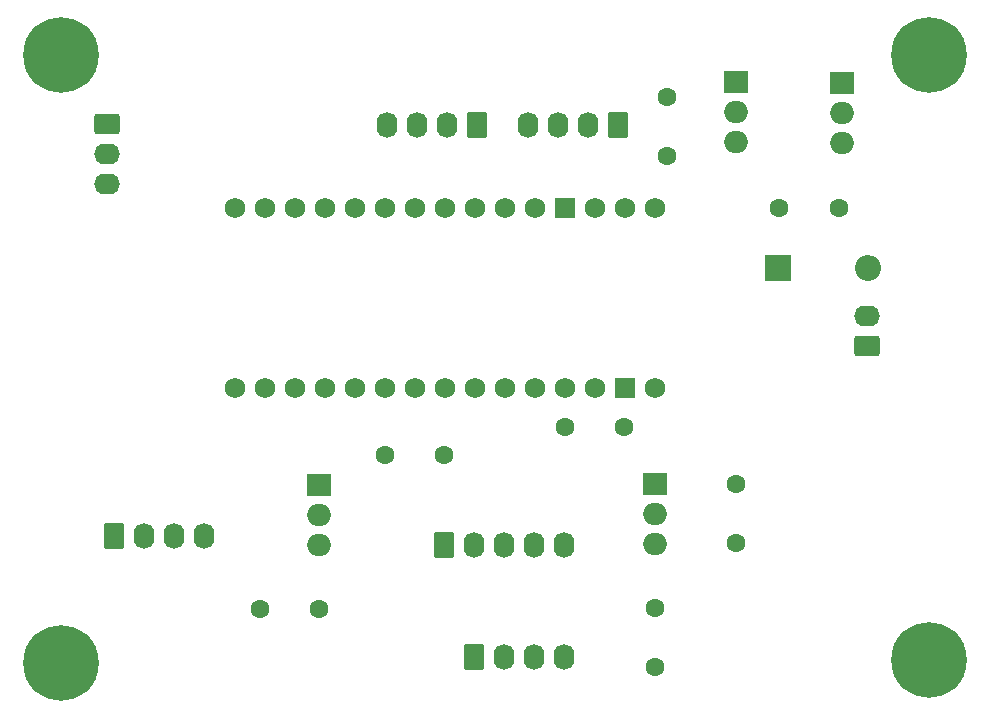
<source format=gbs>
G04 #@! TF.GenerationSoftware,KiCad,Pcbnew,7.0.9*
G04 #@! TF.CreationDate,2023-11-29T22:57:35+01:00*
G04 #@! TF.ProjectId,vfo-do,76666f2d-646f-42e6-9b69-6361645f7063,rev?*
G04 #@! TF.SameCoordinates,Original*
G04 #@! TF.FileFunction,Soldermask,Bot*
G04 #@! TF.FilePolarity,Negative*
%FSLAX46Y46*%
G04 Gerber Fmt 4.6, Leading zero omitted, Abs format (unit mm)*
G04 Created by KiCad (PCBNEW 7.0.9) date 2023-11-29 22:57:35*
%MOMM*%
%LPD*%
G01*
G04 APERTURE LIST*
G04 Aperture macros list*
%AMRoundRect*
0 Rectangle with rounded corners*
0 $1 Rounding radius*
0 $2 $3 $4 $5 $6 $7 $8 $9 X,Y pos of 4 corners*
0 Add a 4 corners polygon primitive as box body*
4,1,4,$2,$3,$4,$5,$6,$7,$8,$9,$2,$3,0*
0 Add four circle primitives for the rounded corners*
1,1,$1+$1,$2,$3*
1,1,$1+$1,$4,$5*
1,1,$1+$1,$6,$7*
1,1,$1+$1,$8,$9*
0 Add four rect primitives between the rounded corners*
20,1,$1+$1,$2,$3,$4,$5,0*
20,1,$1+$1,$4,$5,$6,$7,0*
20,1,$1+$1,$6,$7,$8,$9,0*
20,1,$1+$1,$8,$9,$2,$3,0*%
G04 Aperture macros list end*
%ADD10R,2.000000X1.905000*%
%ADD11O,2.000000X1.905000*%
%ADD12RoundRect,0.250000X-0.620000X-0.845000X0.620000X-0.845000X0.620000X0.845000X-0.620000X0.845000X0*%
%ADD13O,1.740000X2.190000*%
%ADD14RoundRect,0.250000X0.845000X-0.620000X0.845000X0.620000X-0.845000X0.620000X-0.845000X-0.620000X0*%
%ADD15O,2.190000X1.740000*%
%ADD16C,1.600000*%
%ADD17R,2.200000X2.200000*%
%ADD18O,2.200000X2.200000*%
%ADD19C,0.800000*%
%ADD20C,6.400000*%
%ADD21RoundRect,0.250000X0.620000X0.845000X-0.620000X0.845000X-0.620000X-0.845000X0.620000X-0.845000X0*%
%ADD22C,1.727200*%
%ADD23R,1.727200X1.727200*%
%ADD24RoundRect,0.250000X-0.845000X0.620000X-0.845000X-0.620000X0.845000X-0.620000X0.845000X0.620000X0*%
G04 APERTURE END LIST*
D10*
X109300000Y-97020000D03*
D11*
X109300000Y-99560000D03*
X109300000Y-102100000D03*
D12*
X119850000Y-102100000D03*
D13*
X122390000Y-102100000D03*
X124930000Y-102100000D03*
X127470000Y-102100000D03*
X130010000Y-102100000D03*
D14*
X155640000Y-85250000D03*
D15*
X155640000Y-82710000D03*
D10*
X137720000Y-96960000D03*
D11*
X137720000Y-99500000D03*
X137720000Y-102040000D03*
D16*
X148250000Y-73600000D03*
X153250000Y-73600000D03*
D17*
X148110000Y-78630000D03*
D18*
X155730000Y-78630000D03*
D19*
X158500000Y-60600000D03*
X159202944Y-58902944D03*
X159202944Y-62297056D03*
X160900000Y-58200000D03*
D20*
X160900000Y-60600000D03*
D19*
X160900000Y-63000000D03*
X162597056Y-58902944D03*
X162597056Y-62297056D03*
X163300000Y-60600000D03*
D12*
X91920000Y-101380000D03*
D13*
X94460000Y-101380000D03*
X97000000Y-101380000D03*
X99540000Y-101380000D03*
D21*
X134610000Y-66530000D03*
D13*
X132070000Y-66530000D03*
X129530000Y-66530000D03*
X126990000Y-66530000D03*
D10*
X144540000Y-62940000D03*
D11*
X144540000Y-65480000D03*
X144540000Y-68020000D03*
D16*
X130100000Y-92100000D03*
X135100000Y-92100000D03*
X137750000Y-107450000D03*
X137750000Y-112450000D03*
X109250000Y-107550000D03*
X104250000Y-107550000D03*
D19*
X158500000Y-111825000D03*
X159202944Y-110127944D03*
X159202944Y-113522056D03*
X160900000Y-109425000D03*
D20*
X160900000Y-111825000D03*
D19*
X160900000Y-114225000D03*
X162597056Y-110127944D03*
X162597056Y-113522056D03*
X163300000Y-111825000D03*
D10*
X153555000Y-62990000D03*
D11*
X153555000Y-65530000D03*
X153555000Y-68070000D03*
D16*
X138760000Y-64180000D03*
X138760000Y-69180000D03*
D12*
X122390000Y-111570000D03*
D13*
X124930000Y-111570000D03*
X127470000Y-111570000D03*
X130010000Y-111570000D03*
D19*
X85050000Y-112100000D03*
X85752944Y-110402944D03*
X85752944Y-113797056D03*
X87450000Y-109700000D03*
D20*
X87450000Y-112100000D03*
D19*
X87450000Y-114500000D03*
X89147056Y-110402944D03*
X89147056Y-113797056D03*
X89850000Y-112100000D03*
D22*
X104659500Y-88850000D03*
X130059500Y-88850000D03*
X109739500Y-88850000D03*
X112279500Y-88850000D03*
X114819500Y-88850000D03*
X117359500Y-88850000D03*
X119899500Y-88850000D03*
X122439500Y-88850000D03*
X124979500Y-88850000D03*
X127519500Y-88850000D03*
X107199500Y-88850000D03*
X135139500Y-73610000D03*
X137679500Y-73610000D03*
X127519500Y-73610000D03*
X124979500Y-73610000D03*
X122439500Y-73610000D03*
X119899500Y-73610000D03*
X117359500Y-73610000D03*
X114819500Y-73610000D03*
X112279500Y-73610000D03*
X109739500Y-73610000D03*
X107199500Y-73610000D03*
X104659500Y-73610000D03*
X102119500Y-73610000D03*
X102119500Y-88850000D03*
D23*
X130059500Y-73610000D03*
X135139500Y-88850000D03*
D22*
X132599500Y-73610000D03*
X132599500Y-88850000D03*
X137679500Y-88850000D03*
D21*
X122660000Y-66530000D03*
D13*
X120120000Y-66530000D03*
X117580000Y-66530000D03*
X115040000Y-66530000D03*
D16*
X144550000Y-96900000D03*
X144550000Y-101900000D03*
X114850000Y-94450000D03*
X119850000Y-94450000D03*
D19*
X85050000Y-60600000D03*
X85752944Y-58902944D03*
X85752944Y-62297056D03*
X87450000Y-58200000D03*
D20*
X87450000Y-60600000D03*
D19*
X87450000Y-63000000D03*
X89147056Y-58902944D03*
X89147056Y-62297056D03*
X89850000Y-60600000D03*
D24*
X91290000Y-66440000D03*
D15*
X91290000Y-68980000D03*
X91290000Y-71520000D03*
M02*

</source>
